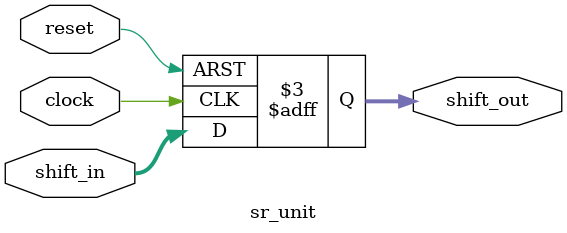
<source format=v>
/*
in->[0][1][2]->out
    \/ \/ \/
     p_out
*/
module parallel_out_sr #(
  parameter DEPTH = -1
)(
  input clock,
  input reset,
  
  input [7:0] shift_in,
  output [7:0] shift_out,

  output [8*DEPTH-1:0] p_out
);

// reg declarations
// wire declarations
wire [7:0] sr_wire [DEPTH:0];

// assign statments
assign sr_wire[0] = shift_in;
assign shift_out = sr_wire[DEPTH];

genvar i;
generate
for(i=0; i<DEPTH; i=i+1) begin : parallel_out_sr_gen
  // instantiate shift register units
  sr_unit sr_unit_inst(
    .clock(clock),
    .reset(reset),
    .shift_in(sr_wire[i]),
    .shift_out(sr_wire[i+1])
  );
  // assign sr_wire to p_out
  assign p_out[i*8+7:i*8] = sr_wire[i+1];
end // for
endgenerate

endmodule

module sr_unit (
  input clock,
  input reset,
  input [7:0] shift_in,
  output reg [7:0] shift_out
);

always@(posedge clock or negedge reset) begin
  if(reset == 1'b0)
    shift_out <= 8'd0;
  else
    shift_out <= shift_in;
end // always

endmodule

</source>
